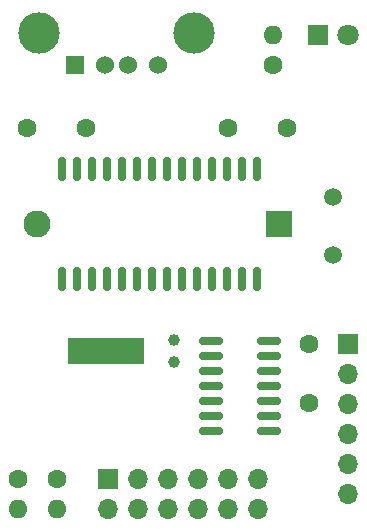
<source format=gbr>
%TF.GenerationSoftware,KiCad,Pcbnew,(6.0.4)*%
%TF.CreationDate,2023-06-25T20:19:56+02:00*%
%TF.ProjectId,CH376_MCP795_Module,43483337-365f-44d4-9350-3739355f4d6f,rev?*%
%TF.SameCoordinates,Original*%
%TF.FileFunction,Soldermask,Top*%
%TF.FilePolarity,Negative*%
%FSLAX46Y46*%
G04 Gerber Fmt 4.6, Leading zero omitted, Abs format (unit mm)*
G04 Created by KiCad (PCBNEW (6.0.4)) date 2023-06-25 20:19:56*
%MOMM*%
%LPD*%
G01*
G04 APERTURE LIST*
G04 Aperture macros list*
%AMRoundRect*
0 Rectangle with rounded corners*
0 $1 Rounding radius*
0 $2 $3 $4 $5 $6 $7 $8 $9 X,Y pos of 4 corners*
0 Add a 4 corners polygon primitive as box body*
4,1,4,$2,$3,$4,$5,$6,$7,$8,$9,$2,$3,0*
0 Add four circle primitives for the rounded corners*
1,1,$1+$1,$2,$3*
1,1,$1+$1,$4,$5*
1,1,$1+$1,$6,$7*
1,1,$1+$1,$8,$9*
0 Add four rect primitives between the rounded corners*
20,1,$1+$1,$2,$3,$4,$5,0*
20,1,$1+$1,$4,$5,$6,$7,0*
20,1,$1+$1,$6,$7,$8,$9,0*
20,1,$1+$1,$8,$9,$2,$3,0*%
G04 Aperture macros list end*
%ADD10C,1.600000*%
%ADD11O,1.600000X1.600000*%
%ADD12R,1.800000X1.800000*%
%ADD13C,1.800000*%
%ADD14R,1.700000X1.700000*%
%ADD15O,1.700000X1.700000*%
%ADD16RoundRect,0.150000X-0.825000X-0.150000X0.825000X-0.150000X0.825000X0.150000X-0.825000X0.150000X0*%
%ADD17C,1.000000*%
%ADD18R,6.500000X2.200000*%
%ADD19C,1.500000*%
%ADD20RoundRect,0.150000X-0.150000X0.875000X-0.150000X-0.875000X0.150000X-0.875000X0.150000X0.875000X0*%
%ADD21R,2.280000X2.280000*%
%ADD22C,2.280000*%
%ADD23R,1.524000X1.524000*%
%ADD24C,1.524000*%
%ADD25C,3.500000*%
G04 APERTURE END LIST*
D10*
%TO.C,R0*%
X137922000Y-142240000D03*
D11*
X137922000Y-144780000D03*
%TD*%
D10*
%TO.C,C1*%
X152400000Y-112522000D03*
X157400000Y-112522000D03*
%TD*%
D12*
%TO.C,D0*%
X160015000Y-104648000D03*
D13*
X162555000Y-104648000D03*
%TD*%
D10*
%TO.C,C0*%
X159258000Y-135810000D03*
X159258000Y-130810000D03*
%TD*%
D14*
%TO.C,J2*%
X142240000Y-142240000D03*
D15*
X142240000Y-144780000D03*
X144780000Y-142240000D03*
X144780000Y-144780000D03*
X147320000Y-142240000D03*
X147320000Y-144780000D03*
X149860000Y-142240000D03*
X149860000Y-144780000D03*
X152400000Y-142240000D03*
X152400000Y-144780000D03*
X154940000Y-142240000D03*
X154940000Y-144780000D03*
%TD*%
D16*
%TO.C,U0*%
X150941000Y-130556000D03*
X150941000Y-131826000D03*
X150941000Y-133096000D03*
X150941000Y-134366000D03*
X150941000Y-135636000D03*
X150941000Y-136906000D03*
X150941000Y-138176000D03*
X155891000Y-138176000D03*
X155891000Y-136906000D03*
X155891000Y-135636000D03*
X155891000Y-134366000D03*
X155891000Y-133096000D03*
X155891000Y-131826000D03*
X155891000Y-130556000D03*
%TD*%
D17*
%TO.C,Y0*%
X147828000Y-130434000D03*
X147828000Y-132334000D03*
D18*
X142078000Y-131384000D03*
%TD*%
D10*
%TO.C,R1*%
X134620000Y-142240000D03*
D11*
X134620000Y-144780000D03*
%TD*%
D14*
%TO.C,J0*%
X162560000Y-130810000D03*
D15*
X162560000Y-133350000D03*
X162560000Y-135890000D03*
X162560000Y-138430000D03*
X162560000Y-140970000D03*
X162560000Y-143510000D03*
%TD*%
D10*
%TO.C,R2*%
X156210000Y-107188000D03*
D11*
X156210000Y-104648000D03*
%TD*%
D19*
%TO.C,Y1*%
X161290000Y-123244000D03*
X161290000Y-118364000D03*
%TD*%
D10*
%TO.C,C2*%
X135382000Y-112522000D03*
X140382000Y-112522000D03*
%TD*%
D20*
%TO.C,U1*%
X154813000Y-116000000D03*
X153543000Y-116000000D03*
X152273000Y-116000000D03*
X151003000Y-116000000D03*
X149733000Y-116000000D03*
X148463000Y-116000000D03*
X147193000Y-116000000D03*
X145923000Y-116000000D03*
X144653000Y-116000000D03*
X143383000Y-116000000D03*
X142113000Y-116000000D03*
X140843000Y-116000000D03*
X139573000Y-116000000D03*
X138303000Y-116000000D03*
X138303000Y-125300000D03*
X139573000Y-125300000D03*
X140843000Y-125300000D03*
X142113000Y-125300000D03*
X143383000Y-125300000D03*
X144653000Y-125300000D03*
X145923000Y-125300000D03*
X147193000Y-125300000D03*
X148463000Y-125300000D03*
X149733000Y-125300000D03*
X151003000Y-125300000D03*
X152273000Y-125300000D03*
X153543000Y-125300000D03*
X154813000Y-125300000D03*
%TD*%
D21*
%TO.C,BT0*%
X156718000Y-120650000D03*
D22*
X136228000Y-120650000D03*
%TD*%
D23*
%TO.C,J1*%
X139446000Y-107188000D03*
D24*
X141946000Y-107188000D03*
X143946000Y-107188000D03*
X146446000Y-107188000D03*
D25*
X136376000Y-104478000D03*
X149516000Y-104478000D03*
%TD*%
M02*

</source>
